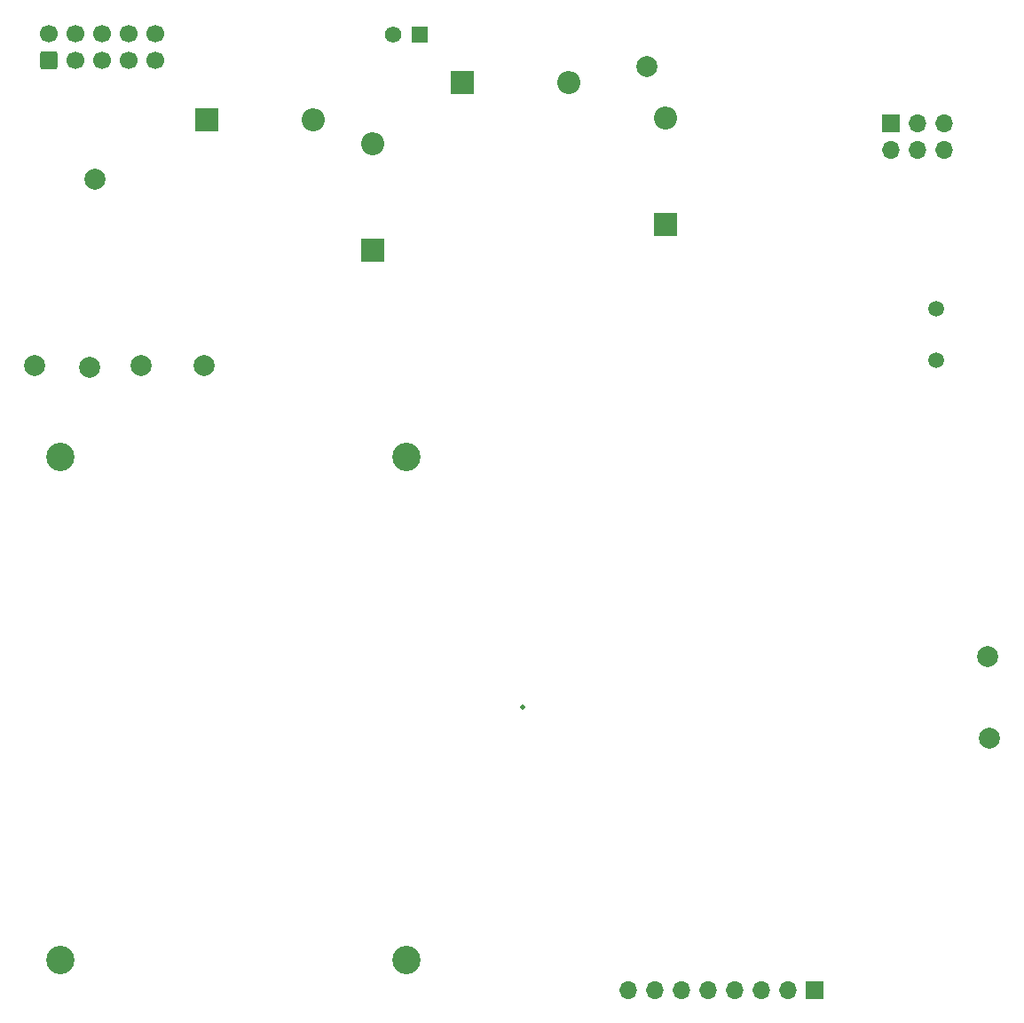
<source format=gbr>
G04 #@! TF.GenerationSoftware,KiCad,Pcbnew,9.0.0*
G04 #@! TF.CreationDate,2025-03-31T20:00:41-05:00*
G04 #@! TF.ProjectId,Portable Offline Translator,506f7274-6162-46c6-9520-4f66666c696e,rev?*
G04 #@! TF.SameCoordinates,Original*
G04 #@! TF.FileFunction,Soldermask,Bot*
G04 #@! TF.FilePolarity,Negative*
%FSLAX46Y46*%
G04 Gerber Fmt 4.6, Leading zero omitted, Abs format (unit mm)*
G04 Created by KiCad (PCBNEW 9.0.0) date 2025-03-31 20:00:41*
%MOMM*%
%LPD*%
G01*
G04 APERTURE LIST*
G04 Aperture macros list*
%AMRoundRect*
0 Rectangle with rounded corners*
0 $1 Rounding radius*
0 $2 $3 $4 $5 $6 $7 $8 $9 X,Y pos of 4 corners*
0 Add a 4 corners polygon primitive as box body*
4,1,4,$2,$3,$4,$5,$6,$7,$8,$9,$2,$3,0*
0 Add four circle primitives for the rounded corners*
1,1,$1+$1,$2,$3*
1,1,$1+$1,$4,$5*
1,1,$1+$1,$6,$7*
1,1,$1+$1,$8,$9*
0 Add four rect primitives between the rounded corners*
20,1,$1+$1,$2,$3,$4,$5,0*
20,1,$1+$1,$4,$5,$6,$7,0*
20,1,$1+$1,$6,$7,$8,$9,0*
20,1,$1+$1,$8,$9,$2,$3,0*%
G04 Aperture macros list end*
%ADD10C,0.500000*%
%ADD11C,2.000000*%
%ADD12R,2.200000X2.200000*%
%ADD13O,2.200000X2.200000*%
%ADD14R,1.700000X1.700000*%
%ADD15O,1.700000X1.700000*%
%ADD16C,2.700000*%
%ADD17RoundRect,0.250000X0.600000X-0.600000X0.600000X0.600000X-0.600000X0.600000X-0.600000X-0.600000X0*%
%ADD18C,1.700000*%
%ADD19C,1.500000*%
%ADD20R,1.575000X1.575000*%
%ADD21C,1.575000*%
G04 APERTURE END LIST*
D10*
X129490200Y-123558300D03*
D11*
X173863000Y-118694200D03*
D12*
X115189000Y-79883000D03*
D13*
X115189000Y-69723000D03*
D14*
X157353000Y-150495000D03*
D15*
X154813000Y-150495000D03*
X152273000Y-150495000D03*
X149733000Y-150495000D03*
X147193000Y-150495000D03*
X144653000Y-150495000D03*
X142113000Y-150495000D03*
X139573000Y-150495000D03*
D11*
X82931000Y-90932000D03*
X141351000Y-62357000D03*
D12*
X99339400Y-67513200D03*
D13*
X109499400Y-67513200D03*
D11*
X88138000Y-91059000D03*
D12*
X143129000Y-77470000D03*
D13*
X143129000Y-67310000D03*
D11*
X99060000Y-90932000D03*
X173990000Y-126492000D03*
X88646000Y-73152000D03*
D16*
X85388000Y-99640000D03*
X85388000Y-147640000D03*
X118388000Y-99640000D03*
X118388000Y-147640000D03*
D14*
X164607000Y-67798000D03*
D15*
X164607000Y-70338000D03*
X167147000Y-67798000D03*
X167147000Y-70338000D03*
X169687000Y-67798000D03*
X169687000Y-70338000D03*
D17*
X84302600Y-61772800D03*
D18*
X84302600Y-59232800D03*
X86842600Y-61772800D03*
X86842600Y-59232800D03*
X89382600Y-61772800D03*
X89382600Y-59232800D03*
X91922600Y-61772800D03*
X91922600Y-59232800D03*
X94462600Y-61772800D03*
X94462600Y-59232800D03*
D19*
X168910000Y-90424000D03*
X168910000Y-85544000D03*
D11*
X93091000Y-90932000D03*
D12*
X123698000Y-63881000D03*
D13*
X133858000Y-63881000D03*
D20*
X119634000Y-59385200D03*
D21*
X117134000Y-59385200D03*
M02*

</source>
